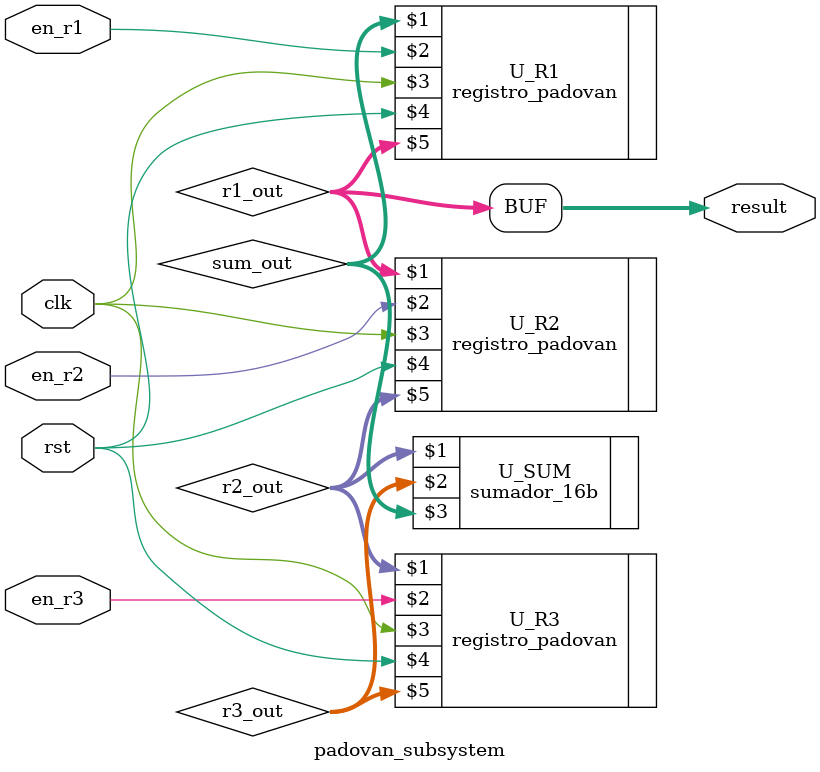
<source format=sv>
`timescale 1ns / 1ps

module padovan_subsystem(

    input clk,
    input rst,
    input en_r1,
    input en_r2,
    input en_r3,
    output [15:0] result
);

wire [15:0] r1_out, r2_out, r3_out, sum_out;

// P(n) = P(n-2) + P(n-3)
// Inicialización: P(0)=1, P(1)=0, P(2)=0

registro_padovan U_R1(sum_out, en_r1, clk, rst, r1_out);    // P(n)
registro_padovan U_R2(r1_out, en_r2, clk, rst, r2_out);     // P(n-1)
registro_padovan U_R3(r2_out, en_r3, clk, rst, r3_out);     // P(n-2)

sumador_16b U_SUM(r2_out, r3_out, sum_out);

assign result = r1_out;

endmodule

</source>
